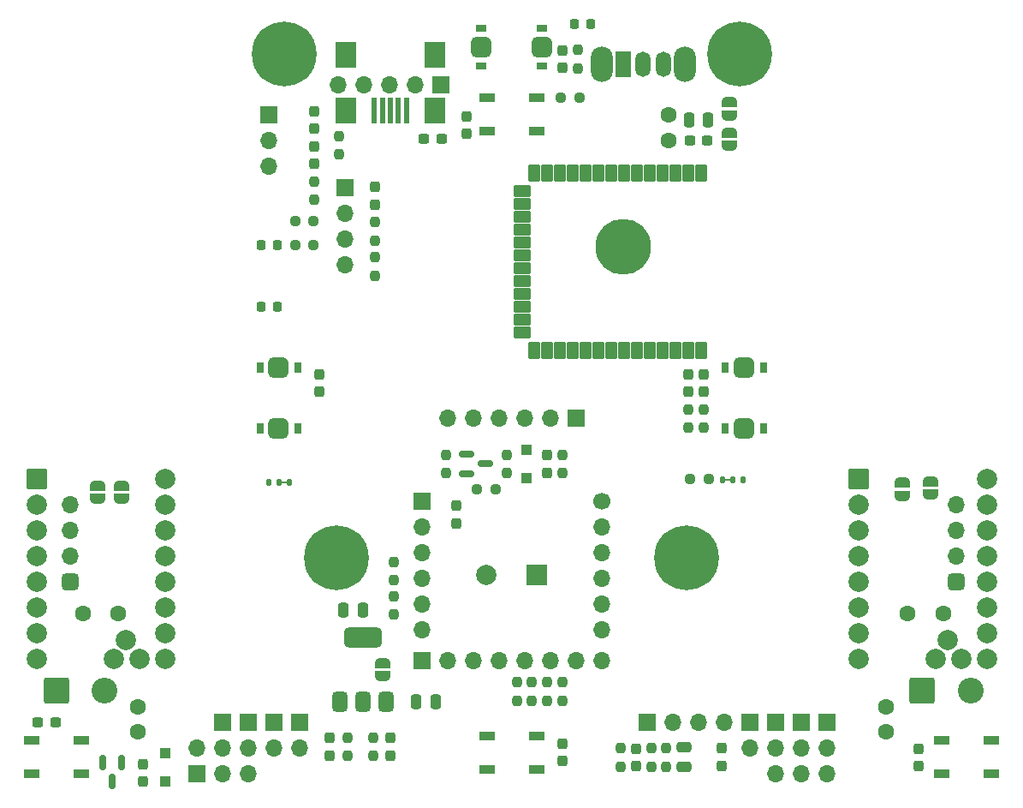
<source format=gbr>
%TF.GenerationSoftware,KiCad,Pcbnew,8.0.9*%
%TF.CreationDate,2025-06-10T00:45:35+02:00*%
%TF.ProjectId,Carte_Mere_PAMI_2025,43617274-655f-44d6-9572-655f50414d49,rev?*%
%TF.SameCoordinates,Original*%
%TF.FileFunction,Soldermask,Top*%
%TF.FilePolarity,Negative*%
%FSLAX46Y46*%
G04 Gerber Fmt 4.6, Leading zero omitted, Abs format (unit mm)*
G04 Created by KiCad (PCBNEW 8.0.9) date 2025-06-10 00:45:35*
%MOMM*%
%LPD*%
G01*
G04 APERTURE LIST*
G04 Aperture macros list*
%AMRoundRect*
0 Rectangle with rounded corners*
0 $1 Rounding radius*
0 $2 $3 $4 $5 $6 $7 $8 $9 X,Y pos of 4 corners*
0 Add a 4 corners polygon primitive as box body*
4,1,4,$2,$3,$4,$5,$6,$7,$8,$9,$2,$3,0*
0 Add four circle primitives for the rounded corners*
1,1,$1+$1,$2,$3*
1,1,$1+$1,$4,$5*
1,1,$1+$1,$6,$7*
1,1,$1+$1,$8,$9*
0 Add four rect primitives between the rounded corners*
20,1,$1+$1,$2,$3,$4,$5,0*
20,1,$1+$1,$4,$5,$6,$7,0*
20,1,$1+$1,$6,$7,$8,$9,0*
20,1,$1+$1,$8,$9,$2,$3,0*%
%AMFreePoly0*
4,1,19,0.500000,-0.750000,0.000000,-0.750000,0.000000,-0.744911,-0.071157,-0.744911,-0.207708,-0.704816,-0.327430,-0.627875,-0.420627,-0.520320,-0.479746,-0.390866,-0.500000,-0.250000,-0.500000,0.250000,-0.479746,0.390866,-0.420627,0.520320,-0.327430,0.627875,-0.207708,0.704816,-0.071157,0.744911,0.000000,0.744911,0.000000,0.750000,0.500000,0.750000,0.500000,-0.750000,0.500000,-0.750000,
$1*%
%AMFreePoly1*
4,1,19,0.000000,0.744911,0.071157,0.744911,0.207708,0.704816,0.327430,0.627875,0.420627,0.520320,0.479746,0.390866,0.500000,0.250000,0.500000,-0.250000,0.479746,-0.390866,0.420627,-0.520320,0.327430,-0.627875,0.207708,-0.704816,0.071157,-0.744911,0.000000,-0.744911,0.000000,-0.750000,-0.500000,-0.750000,-0.500000,0.750000,0.000000,0.750000,0.000000,0.744911,0.000000,0.744911,
$1*%
G04 Aperture macros list end*
%ADD10C,0.200000*%
%ADD11RoundRect,0.500000X-0.500000X-0.500000X0.500000X-0.500000X0.500000X0.500000X-0.500000X0.500000X0*%
%ADD12RoundRect,0.500000X0.500000X-0.500000X0.500000X0.500000X-0.500000X0.500000X-0.500000X-0.500000X0*%
%ADD13R,1.700000X1.700000*%
%ADD14O,1.700000X1.700000*%
%ADD15C,6.400000*%
%ADD16FreePoly0,90.000000*%
%ADD17FreePoly1,90.000000*%
%ADD18R,0.500000X2.500000*%
%ADD19R,2.000000X2.500000*%
%ADD20RoundRect,0.237500X-0.237500X0.300000X-0.237500X-0.300000X0.237500X-0.300000X0.237500X0.300000X0*%
%ADD21RoundRect,0.237500X0.300000X0.237500X-0.300000X0.237500X-0.300000X-0.237500X0.300000X-0.237500X0*%
%ADD22RoundRect,0.237500X0.237500X-0.250000X0.237500X0.250000X-0.237500X0.250000X-0.237500X-0.250000X0*%
%ADD23RoundRect,0.250000X-0.250000X-0.475000X0.250000X-0.475000X0.250000X0.475000X-0.250000X0.475000X0*%
%ADD24RoundRect,0.237500X0.237500X-0.300000X0.237500X0.300000X-0.237500X0.300000X-0.237500X-0.300000X0*%
%ADD25RoundRect,0.090000X0.660000X0.360000X-0.660000X0.360000X-0.660000X-0.360000X0.660000X-0.360000X0*%
%ADD26R,1.000000X0.750000*%
%ADD27RoundRect,0.237500X-0.237500X0.250000X-0.237500X-0.250000X0.237500X-0.250000X0.237500X0.250000X0*%
%ADD28RoundRect,0.250000X0.475000X-0.250000X0.475000X0.250000X-0.475000X0.250000X-0.475000X-0.250000X0*%
%ADD29RoundRect,0.102000X-0.900000X-0.900000X0.900000X-0.900000X0.900000X0.900000X-0.900000X0.900000X0*%
%ADD30C,2.004000*%
%ADD31RoundRect,0.237500X-0.250000X-0.237500X0.250000X-0.237500X0.250000X0.237500X-0.250000X0.237500X0*%
%ADD32RoundRect,0.250000X0.300000X-0.300000X0.300000X0.300000X-0.300000X0.300000X-0.300000X-0.300000X0*%
%ADD33RoundRect,0.375000X0.375000X-0.625000X0.375000X0.625000X-0.375000X0.625000X-0.375000X-0.625000X0*%
%ADD34RoundRect,0.500000X1.400000X-0.500000X1.400000X0.500000X-1.400000X0.500000X-1.400000X-0.500000X0*%
%ADD35RoundRect,0.135000X0.135000X0.185000X-0.135000X0.185000X-0.135000X-0.185000X0.135000X-0.185000X0*%
%ADD36R,0.250000X0.150000*%
%ADD37C,1.600000*%
%ADD38RoundRect,0.237500X0.250000X0.237500X-0.250000X0.237500X-0.250000X-0.237500X0.250000X-0.237500X0*%
%ADD39RoundRect,0.250000X-0.300000X0.300000X-0.300000X-0.300000X0.300000X-0.300000X0.300000X0.300000X0*%
%ADD40R,0.750000X1.000000*%
%ADD41C,1.700000*%
%ADD42RoundRect,0.090000X-0.660000X-0.360000X0.660000X-0.360000X0.660000X0.360000X-0.660000X0.360000X0*%
%ADD43RoundRect,0.150000X-0.150000X0.587500X-0.150000X-0.587500X0.150000X-0.587500X0.150000X0.587500X0*%
%ADD44RoundRect,0.135000X-0.135000X-0.185000X0.135000X-0.185000X0.135000X0.185000X-0.135000X0.185000X0*%
%ADD45RoundRect,0.218750X-0.218750X-0.256250X0.218750X-0.256250X0.218750X0.256250X-0.218750X0.256250X0*%
%ADD46RoundRect,0.237500X-0.300000X-0.237500X0.300000X-0.237500X0.300000X0.237500X-0.300000X0.237500X0*%
%ADD47RoundRect,0.102000X-0.450000X0.750000X-0.450000X-0.750000X0.450000X-0.750000X0.450000X0.750000X0*%
%ADD48RoundRect,0.102000X-0.750000X0.450000X-0.750000X-0.450000X0.750000X-0.450000X0.750000X0.450000X0*%
%ADD49RoundRect,0.102000X-0.450000X0.450000X-0.450000X-0.450000X0.450000X-0.450000X0.450000X0.450000X0*%
%ADD50C,5.500000*%
%ADD51RoundRect,0.250000X0.250000X0.475000X-0.250000X0.475000X-0.250000X-0.475000X0.250000X-0.475000X0*%
%ADD52RoundRect,0.150000X-0.587500X-0.150000X0.587500X-0.150000X0.587500X0.150000X-0.587500X0.150000X0*%
%ADD53O,2.200000X3.500000*%
%ADD54R,1.500000X2.500000*%
%ADD55O,1.500000X2.500000*%
%ADD56R,2.000000X2.000000*%
%ADD57C,2.000000*%
%ADD58RoundRect,0.425000X-0.425000X-0.425000X0.425000X-0.425000X0.425000X0.425000X-0.425000X0.425000X0*%
%ADD59RoundRect,0.249999X-1.025001X-1.025001X1.025001X-1.025001X1.025001X1.025001X-1.025001X1.025001X0*%
%ADD60C,2.550000*%
G04 APERTURE END LIST*
D10*
%TO.C,JP9*%
X-21980000Y29718000D02*
X-23000000Y29718000D01*
%TO.C,JP11*%
X20824000Y29972000D02*
X21844000Y29972000D01*
%TD*%
D11*
%TO.C,SW7*%
X-3000000Y72700000D03*
X3000000Y72700000D03*
%TD*%
D12*
%TO.C,SW6*%
X23000000Y35000000D03*
X23000000Y41000000D03*
%TD*%
%TO.C,SW5*%
X-23100000Y41000000D03*
X-23100000Y35000000D03*
%TD*%
D13*
%TO.C,J6*%
X6350000Y36000000D03*
D14*
X3810000Y36000000D03*
X1270000Y36000000D03*
X-1270000Y36000000D03*
X-3810000Y36000000D03*
X-6350000Y36000000D03*
%TD*%
D15*
%TO.C,H4*%
X-22500000Y72000000D03*
%TD*%
D16*
%TO.C,JP7*%
X21500000Y62950000D03*
D17*
X21500000Y64250000D03*
%TD*%
D18*
%TO.C,J4*%
X-10400000Y66400000D03*
X-11200000Y66400000D03*
X-12000000Y66400000D03*
X-12800000Y66400000D03*
X-13600000Y66400000D03*
D19*
X-7600000Y66400000D03*
X-7600000Y71900000D03*
X-16400000Y66400000D03*
X-16400000Y71900000D03*
%TD*%
D20*
%TO.C,C25*%
X12300000Y3362500D03*
X12300000Y1637500D03*
%TD*%
D13*
%TO.C,J5*%
X-7000000Y69000000D03*
D14*
X-9540000Y69000000D03*
X-12080000Y69000000D03*
X-14620000Y69000000D03*
X-17160000Y69000000D03*
%TD*%
D21*
%TO.C,C19*%
X-45137500Y6000000D03*
X-46862500Y6000000D03*
%TD*%
D22*
%TO.C,R18*%
X17500000Y35087500D03*
X17500000Y36912500D03*
%TD*%
D23*
%TO.C,C2*%
X-9450000Y8000000D03*
X-7550000Y8000000D03*
%TD*%
D24*
%TO.C,C29*%
X17500000Y38637500D03*
X17500000Y40362500D03*
%TD*%
D22*
%TO.C,R25*%
X-16256000Y2643500D03*
X-16256000Y4468500D03*
%TD*%
D25*
%TO.C,D7*%
X-42550000Y850000D03*
X-42550000Y4150000D03*
X-47450000Y4150000D03*
X-47450000Y850000D03*
%TD*%
D22*
%TO.C,R20*%
X10800000Y1587500D03*
X10800000Y3412500D03*
%TD*%
D26*
%TO.C,SW4*%
X-3000000Y74575000D03*
X3000000Y74575000D03*
X-3000000Y70825000D03*
X3000000Y70825000D03*
%TD*%
D27*
%TO.C,R12*%
X-11684000Y18438500D03*
X-11684000Y16613500D03*
%TD*%
D24*
%TO.C,C28*%
X-18034000Y2693500D03*
X-18034000Y4418500D03*
%TD*%
D22*
%TO.C,R10*%
X-13500000Y53587500D03*
X-13500000Y55412500D03*
%TD*%
D28*
%TO.C,C24*%
X17018000Y1590000D03*
X17018000Y3490000D03*
%TD*%
D22*
%TO.C,R9*%
X6500000Y70587500D03*
X6500000Y72412500D03*
%TD*%
D13*
%TO.C,J18*%
X23540000Y6000000D03*
D14*
X23540000Y3460000D03*
%TD*%
D22*
%TO.C,R23*%
X-13700000Y2643500D03*
X-13700000Y4468500D03*
%TD*%
D27*
%TO.C,R26*%
X5000000Y32412500D03*
X5000000Y30587500D03*
%TD*%
D22*
%TO.C,R2*%
X3500000Y8087500D03*
X3500000Y9912500D03*
%TD*%
D13*
%TO.C,J13*%
X26080000Y6000000D03*
D14*
X26080000Y3460000D03*
X26080000Y920000D03*
%TD*%
D13*
%TO.C,J11*%
X-28620000Y6000000D03*
D14*
X-28620000Y3460000D03*
X-28620000Y920000D03*
%TD*%
D29*
%TO.C,U4*%
X-47000000Y30000000D03*
D30*
X-47000000Y27460000D03*
X-47000000Y24920000D03*
X-47000000Y22380000D03*
X-47000000Y19840000D03*
X-47000000Y17300000D03*
X-47000000Y14760000D03*
X-47000000Y12220000D03*
X-34300000Y30000000D03*
X-34300000Y27460000D03*
X-34300000Y24920000D03*
X-34300000Y22380000D03*
X-34300000Y19840000D03*
X-34300000Y17300000D03*
X-34300000Y14760000D03*
X-34300000Y12220000D03*
X-36840000Y12220000D03*
X-38150000Y14110000D03*
X-39380000Y12220000D03*
%TD*%
D16*
%TO.C,JP6*%
X21500000Y65950000D03*
D17*
X21500000Y67250000D03*
%TD*%
D31*
%TO.C,R15*%
X4887500Y67700000D03*
X6712500Y67700000D03*
%TD*%
D27*
%TO.C,R21*%
X15300000Y3412500D03*
X15300000Y1587500D03*
%TD*%
D20*
%TO.C,C6*%
X-36500000Y1862500D03*
X-36500000Y137500D03*
%TD*%
D32*
%TO.C,D6*%
X1500000Y30100000D03*
X1500000Y32900000D03*
%TD*%
D15*
%TO.C,H2*%
X-17300000Y22200000D03*
%TD*%
D27*
%TO.C,R14*%
X-13500000Y51912500D03*
X-13500000Y50087500D03*
%TD*%
D23*
%TO.C,C12*%
X17550000Y65500000D03*
X19450000Y65500000D03*
%TD*%
D33*
%TO.C,U1*%
X-17032000Y8026000D03*
X-14732000Y8026000D03*
D34*
X-14732000Y14326000D03*
D33*
X-12432000Y8026000D03*
%TD*%
D29*
%TO.C,U5*%
X34300000Y30000000D03*
D30*
X34300000Y27460000D03*
X34300000Y24920000D03*
X34300000Y22380000D03*
X34300000Y19840000D03*
X34300000Y17300000D03*
X34300000Y14760000D03*
X34300000Y12220000D03*
X47000000Y30000000D03*
X47000000Y27460000D03*
X47000000Y24920000D03*
X47000000Y22380000D03*
X47000000Y19840000D03*
X47000000Y17300000D03*
X47000000Y14760000D03*
X47000000Y12220000D03*
X44460000Y12220000D03*
X43150000Y14110000D03*
X41920000Y12220000D03*
%TD*%
D35*
%TO.C,JP9*%
X-21980000Y29718000D03*
D36*
X-22365000Y29718000D03*
X-22615000Y29718000D03*
D35*
X-23000000Y29718000D03*
%TD*%
D24*
%TO.C,C5*%
X-19500000Y61137500D03*
X-19500000Y62862500D03*
%TD*%
D37*
%TO.C,C11*%
X15500000Y63500000D03*
X15500000Y66000000D03*
%TD*%
D24*
%TO.C,C20*%
X5000000Y2137500D03*
X5000000Y3862500D03*
%TD*%
D31*
%TO.C,R1*%
X-3412500Y29000000D03*
X-1587500Y29000000D03*
%TD*%
D20*
%TO.C,C3*%
X-19500000Y66362500D03*
X-19500000Y64637500D03*
%TD*%
D16*
%TO.C,JP2*%
X-38608815Y28033711D03*
D17*
X-38608815Y29333711D03*
%TD*%
D20*
%TO.C,C1*%
X-5500000Y27362500D03*
X-5500000Y25637500D03*
%TD*%
D38*
%TO.C,R5*%
X-19587500Y55500000D03*
X-21412500Y55500000D03*
%TD*%
D13*
%TO.C,J8*%
X-16500000Y58810000D03*
D14*
X-16500000Y56270000D03*
X-16500000Y53730000D03*
X-16500000Y51190000D03*
%TD*%
D25*
%TO.C,D10*%
X47450000Y850000D03*
X47450000Y4150000D03*
X42550000Y4150000D03*
X42550000Y850000D03*
%TD*%
D20*
%TO.C,C16*%
X-4500000Y65862500D03*
X-4500000Y64137500D03*
%TD*%
D39*
%TO.C,D2*%
X-34300000Y2900000D03*
X-34300000Y100000D03*
%TD*%
D13*
%TO.C,J17*%
X-23540000Y6000000D03*
D14*
X-23540000Y3460000D03*
%TD*%
D20*
%TO.C,C10*%
X5000000Y72362500D03*
X5000000Y70637500D03*
%TD*%
D13*
%TO.C,J12*%
X-26080000Y6000000D03*
D14*
X-26080000Y3460000D03*
X-26080000Y920000D03*
%TD*%
D40*
%TO.C,SW3*%
X21125000Y35000000D03*
X21125000Y41000000D03*
X24875000Y35000000D03*
X24875000Y41000000D03*
%TD*%
D16*
%TO.C,JP1*%
X-12732000Y10526000D03*
D17*
X-12732000Y11826000D03*
%TD*%
D40*
%TO.C,SW2*%
X-21125000Y41000000D03*
X-21125000Y35000000D03*
X-24875000Y41000000D03*
X-24875000Y35000000D03*
%TD*%
D13*
%TO.C,J14*%
X28620000Y6000000D03*
D14*
X28620000Y3460000D03*
X28620000Y920000D03*
%TD*%
D37*
%TO.C,C14*%
X-38900000Y16764000D03*
X-42400000Y16764000D03*
%TD*%
D13*
%TO.C,J20*%
X31160000Y6000000D03*
D14*
X31160000Y3460000D03*
X31160000Y920000D03*
%TD*%
D27*
%TO.C,R8*%
X-17100000Y63912500D03*
X-17100000Y62087500D03*
%TD*%
D13*
%TO.C,U2*%
X-8890000Y27810000D03*
D14*
X-8890000Y25270000D03*
X-8890000Y22730000D03*
X-8890000Y20190000D03*
X-8890000Y17650000D03*
X-8890000Y15110000D03*
D41*
X8920000Y27810000D03*
D14*
X8920000Y25270000D03*
X8920000Y22730000D03*
X8920000Y20190000D03*
X8920000Y17650000D03*
X8920000Y15110000D03*
%TD*%
D22*
%TO.C,R6*%
X2000000Y8087500D03*
X2000000Y9912500D03*
%TD*%
D16*
%TO.C,JP3*%
X-41000000Y28050000D03*
D17*
X-41000000Y29350000D03*
%TD*%
D42*
%TO.C,D5*%
X-2450000Y67650000D03*
X-2450000Y64350000D03*
X2450000Y64350000D03*
X2450000Y67650000D03*
%TD*%
D15*
%TO.C,H1*%
X17300000Y22200000D03*
%TD*%
D27*
%TO.C,R17*%
X-500000Y32412500D03*
X-500000Y30587500D03*
%TD*%
D37*
%TO.C,C23*%
X37000000Y5000000D03*
X37000000Y7500000D03*
%TD*%
D16*
%TO.C,JP4*%
X41400000Y28450000D03*
D17*
X41400000Y29750000D03*
%TD*%
D43*
%TO.C,Q1*%
X-38550000Y2017500D03*
X-40450000Y2017500D03*
X-39500000Y142500D03*
%TD*%
D13*
%TO.C,J1*%
X-24000000Y66025000D03*
D14*
X-24000000Y63485000D03*
X-24000000Y60945000D03*
%TD*%
D13*
%TO.C,J19*%
X-21000000Y6000000D03*
D14*
X-21000000Y3460000D03*
%TD*%
D44*
%TO.C,JP11*%
X20824000Y29972000D03*
D36*
X21209000Y29972000D03*
X21459000Y29972000D03*
D44*
X21844000Y29972000D03*
%TD*%
D37*
%TO.C,C15*%
X42650000Y16764000D03*
X39150000Y16764000D03*
%TD*%
D45*
%TO.C,D3*%
X6212500Y75000000D03*
X7787500Y75000000D03*
%TD*%
D15*
%TO.C,H3*%
X22500000Y72000000D03*
%TD*%
D27*
%TO.C,R11*%
X-11700000Y21812500D03*
X-11700000Y19987500D03*
%TD*%
D24*
%TO.C,C7*%
X-19000000Y38637500D03*
X-19000000Y40362500D03*
%TD*%
D44*
%TO.C,JP10*%
X-24000000Y29718000D03*
X-22980000Y29718000D03*
%TD*%
D24*
%TO.C,C26*%
X-12000000Y2693500D03*
X-12000000Y4418500D03*
%TD*%
D35*
%TO.C,JP8*%
X22844000Y29972000D03*
X21824000Y29972000D03*
%TD*%
D46*
%TO.C,C8*%
X-8662500Y63600000D03*
X-6937500Y63600000D03*
%TD*%
D24*
%TO.C,C21*%
X40200000Y1637500D03*
X40200000Y3362500D03*
%TD*%
D25*
%TO.C,D9*%
X2450000Y1350000D03*
X2450000Y4650000D03*
X-2450000Y4650000D03*
X-2450000Y1350000D03*
%TD*%
D46*
%TO.C,C13*%
X17637500Y63500000D03*
X19362500Y63500000D03*
%TD*%
D27*
%TO.C,R4*%
X-19500000Y59412500D03*
X-19500000Y57587500D03*
%TD*%
%TO.C,R13*%
X19000000Y36912500D03*
X19000000Y35087500D03*
%TD*%
D22*
%TO.C,R16*%
X-6500000Y30587500D03*
X-6500000Y32412500D03*
%TD*%
D37*
%TO.C,C22*%
X-37000000Y5000000D03*
X-37000000Y7500000D03*
%TD*%
D24*
%TO.C,C27*%
X20804000Y1677500D03*
X20804000Y3402500D03*
%TD*%
D31*
%TO.C,R19*%
X-21412500Y53100000D03*
X-19587500Y53100000D03*
%TD*%
D16*
%TO.C,JP5*%
X38600000Y28350000D03*
D17*
X38600000Y29650000D03*
%TD*%
D38*
%TO.C,R24*%
X19454500Y30000000D03*
X17629500Y30000000D03*
%TD*%
D47*
%TO.C,U3*%
X18760000Y60250000D03*
X17490000Y60250000D03*
X16220000Y60250000D03*
X14950000Y60250000D03*
X13680000Y60250000D03*
X12410000Y60250000D03*
X11140000Y60250000D03*
X9870000Y60250000D03*
X8600000Y60250000D03*
X7330000Y60250000D03*
X6060000Y60250000D03*
X4790000Y60250000D03*
X3520000Y60250000D03*
X2250000Y60250000D03*
D48*
X1000000Y58485000D03*
X1000000Y57215000D03*
X1000000Y55945000D03*
X1000000Y54675000D03*
X1000000Y53405000D03*
X1000000Y52135000D03*
X1000000Y50865000D03*
X1000000Y49595000D03*
X1000000Y48325000D03*
X1000000Y47055000D03*
X1000000Y45785000D03*
X1000000Y44515000D03*
D47*
X2250000Y42750000D03*
X3520000Y42750000D03*
X4790000Y42750000D03*
X6060000Y42750000D03*
X7330000Y42750000D03*
X8600000Y42750000D03*
X9870000Y42750000D03*
X11140000Y42750000D03*
X12410000Y42750000D03*
X13680000Y42750000D03*
X14950000Y42750000D03*
X16220000Y42750000D03*
X17490000Y42750000D03*
X18760000Y42750000D03*
D49*
X12440000Y54400000D03*
X11040000Y54400000D03*
X9640000Y54400000D03*
X12440000Y53000000D03*
X11040000Y53000000D03*
D50*
X11000000Y53000000D03*
D49*
X9640000Y53000000D03*
X12440000Y51600000D03*
X11040000Y51600000D03*
X9640000Y51600000D03*
%TD*%
D51*
%TO.C,C4*%
X-14750000Y17100000D03*
X-16650000Y17100000D03*
%TD*%
D45*
%TO.C,D8*%
X-24787500Y53100000D03*
X-23212500Y53100000D03*
%TD*%
D22*
%TO.C,R7*%
X500000Y8087500D03*
X500000Y9912500D03*
%TD*%
%TO.C,R3*%
X5000000Y8087500D03*
X5000000Y9912500D03*
%TD*%
D13*
%TO.C,J3*%
X-31160000Y920000D03*
D14*
X-31160000Y3460000D03*
%TD*%
D24*
%TO.C,C18*%
X3500000Y30637500D03*
X3500000Y32362500D03*
%TD*%
D45*
%TO.C,D1*%
X-24787500Y47000000D03*
X-23212500Y47000000D03*
%TD*%
D13*
%TO.C,J16*%
X13380000Y6000000D03*
D14*
X15920000Y6000000D03*
X18460000Y6000000D03*
X21000000Y6000000D03*
%TD*%
D52*
%TO.C,Q2*%
X-4437500Y32450000D03*
X-4437500Y30550000D03*
X-2562500Y31500000D03*
%TD*%
D24*
%TO.C,C9*%
X19000000Y38637500D03*
X19000000Y40362500D03*
%TD*%
D53*
%TO.C,SW1*%
X8900000Y71000000D03*
X17100000Y71000000D03*
D54*
X11000000Y71000000D03*
D55*
X13000000Y71000000D03*
X15000000Y71000000D03*
%TD*%
D24*
%TO.C,C17*%
X-13500000Y57137500D03*
X-13500000Y58862500D03*
%TD*%
D56*
%TO.C,BZ1*%
X2500000Y20500000D03*
D57*
X-2500000Y20500000D03*
%TD*%
D27*
%TO.C,R22*%
X13810000Y3412500D03*
X13810000Y1587500D03*
%TD*%
D58*
%TO.C,J9*%
X-43650000Y19840000D03*
D14*
X-43650000Y22380000D03*
X-43650000Y24920000D03*
X-43650000Y27460000D03*
%TD*%
D58*
%TO.C,J10*%
X43980000Y19830000D03*
D14*
X43980000Y22370000D03*
X43980000Y24910000D03*
X43980000Y27450000D03*
%TD*%
D13*
%TO.C,J2*%
X-8890000Y12100000D03*
D14*
X-6350000Y12100000D03*
X-3810000Y12100000D03*
X-1270000Y12100000D03*
X1270000Y12100000D03*
X3810000Y12100000D03*
X6350000Y12100000D03*
X8890000Y12100000D03*
%TD*%
D59*
%TO.C,J7*%
X40600000Y9110000D03*
D60*
X45400000Y9110000D03*
%TD*%
D59*
%TO.C,J15*%
X-45050000Y9110000D03*
D60*
X-40250000Y9110000D03*
%TD*%
M02*

</source>
